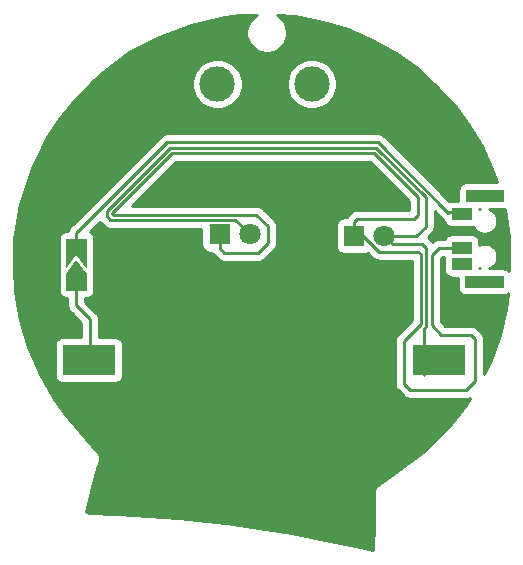
<source format=gbr>
G04 #@! TF.GenerationSoftware,KiCad,Pcbnew,(5.1.4)-1*
G04 #@! TF.CreationDate,2020-11-27T18:52:48+01:00*
G04 #@! TF.ProjectId,SpaceBADGE,53706163-6542-4414-9447-452e6b696361,rev?*
G04 #@! TF.SameCoordinates,Original*
G04 #@! TF.FileFunction,Copper,L2,Bot*
G04 #@! TF.FilePolarity,Positive*
%FSLAX46Y46*%
G04 Gerber Fmt 4.6, Leading zero omitted, Abs format (unit mm)*
G04 Created by KiCad (PCBNEW (5.1.4)-1) date 2020-11-27 18:52:48*
%MOMM*%
%LPD*%
G04 APERTURE LIST*
%ADD10C,1.425000*%
%ADD11C,0.100000*%
%ADD12R,4.500000X2.600000*%
%ADD13C,3.000000*%
%ADD14R,2.500000X1.000000*%
%ADD15R,1.000000X1.000000*%
%ADD16R,1.700000X1.000000*%
%ADD17R,1.800000X1.800000*%
%ADD18C,1.800000*%
%ADD19C,0.250000*%
%ADD20C,0.254000*%
G04 APERTURE END LIST*
D10*
X73865740Y-116615820D03*
D11*
G36*
X74740740Y-115903320D02*
G01*
X74740740Y-118515820D01*
X73874855Y-117328320D01*
X73856625Y-117328320D01*
X72990740Y-118515820D01*
X72990740Y-115903320D01*
X74740740Y-115903320D01*
X74740740Y-115903320D01*
G37*
D10*
X73865740Y-119590820D03*
D11*
G36*
X72992578Y-118878320D02*
G01*
X73865740Y-117690820D01*
X74738902Y-118878320D01*
X74740740Y-118878320D01*
X74740740Y-120303320D01*
X72990740Y-120303320D01*
X72990740Y-118878320D01*
X72992578Y-118878320D01*
X72992578Y-118878320D01*
G37*
D12*
X104529060Y-126199900D03*
X74929060Y-126199900D03*
D13*
X93798660Y-102816660D03*
X85798660Y-102816660D03*
D14*
X108094780Y-112270520D03*
X108044780Y-119570520D03*
D15*
X109524780Y-119570520D03*
X109524780Y-112270520D03*
D16*
X106494780Y-118070520D03*
X106494780Y-116670520D03*
X106494780Y-113820520D03*
D17*
X97386800Y-115655600D03*
D18*
X99926800Y-115655600D03*
X88526800Y-115555600D03*
D17*
X85986800Y-115555600D03*
D19*
X102657400Y-115655600D02*
X99926800Y-115655600D01*
X103428800Y-114884200D02*
X102657400Y-115655600D01*
X99211600Y-108196810D02*
X103428800Y-112414010D01*
X81769790Y-108196810D02*
X99211600Y-108196810D01*
X81762600Y-108204000D02*
X81769790Y-108196810D01*
X87301799Y-114330599D02*
X76728439Y-114330599D01*
X88526800Y-115555600D02*
X87301799Y-114330599D01*
X103428800Y-112414010D02*
X103428800Y-114884200D01*
X76728439Y-114330599D02*
X76423520Y-114025680D01*
X76423520Y-114025680D02*
X76423520Y-113568480D01*
X76423520Y-113568480D02*
X81762600Y-108229400D01*
X81762600Y-108229400D02*
X81762600Y-108204000D01*
X99926800Y-115655600D02*
X101215700Y-115655600D01*
X100654000Y-116382800D02*
X99926800Y-115655600D01*
X103159560Y-116382800D02*
X100654000Y-116382800D01*
X103490191Y-116713431D02*
X103159560Y-116382800D01*
X103490191Y-123305280D02*
X103490191Y-116713431D01*
X103268780Y-127490220D02*
X103268780Y-123526691D01*
X103268780Y-123526691D02*
X103490191Y-123305280D01*
X73968780Y-121673591D02*
X73970311Y-121672060D01*
X75029060Y-122733871D02*
X75029060Y-126199900D01*
X73968780Y-121673591D02*
X75029060Y-122733871D01*
X73865740Y-120599200D02*
X73865740Y-119590820D01*
X73968780Y-121673591D02*
X73865740Y-121570551D01*
X73865740Y-121570551D02*
X73865740Y-120599200D01*
X85977300Y-115555600D02*
X85202309Y-114780609D01*
X85986800Y-115555600D02*
X85977300Y-115555600D01*
X85986800Y-115555600D02*
X85875700Y-115555600D01*
X86387900Y-117106700D02*
X85986800Y-116705600D01*
X89265760Y-117106700D02*
X86387900Y-117106700D01*
X89102889Y-113880589D02*
X90076020Y-114853720D01*
X76999239Y-113880589D02*
X89102889Y-113880589D01*
X76873530Y-113754880D02*
X76999239Y-113880589D01*
X81981590Y-108646820D02*
X76873530Y-113754880D01*
X85986800Y-116705600D02*
X85986800Y-115555600D01*
X99025200Y-108646820D02*
X81981590Y-108646820D01*
X90076020Y-114853720D02*
X90076020Y-116296440D01*
X97386800Y-115655600D02*
X97386800Y-114505600D01*
X97666060Y-114226340D02*
X102445820Y-114226340D01*
X102445820Y-114226340D02*
X102791260Y-113880900D01*
X90076020Y-116296440D02*
X89265760Y-117106700D01*
X97386800Y-114505600D02*
X97666060Y-114226340D01*
X102791260Y-113880900D02*
X102791260Y-112412880D01*
X102791260Y-112412880D02*
X99025200Y-108646820D01*
X105542100Y-116695920D02*
X105942100Y-116695920D01*
X103040181Y-123118879D02*
X101582220Y-124576840D01*
X103040181Y-117233701D02*
X103040181Y-123118879D01*
X107617260Y-127982980D02*
X107617260Y-124399040D01*
X102814120Y-117007640D02*
X103040181Y-117233701D01*
X106862880Y-128737360D02*
X107617260Y-127982980D01*
X97386800Y-115655600D02*
X98113798Y-115655600D01*
X99465838Y-117007640D02*
X102814120Y-117007640D01*
X103944420Y-123217940D02*
X103944420Y-117293600D01*
X98113798Y-115655600D02*
X99465838Y-117007640D01*
X107248960Y-124030740D02*
X104757220Y-124030740D01*
X104542100Y-116695920D02*
X105542100Y-116695920D01*
X101582220Y-124576840D02*
X101582220Y-128176020D01*
X102143560Y-128737360D02*
X106862880Y-128737360D01*
X104757220Y-124030740D02*
X103944420Y-123217940D01*
X101582220Y-128176020D02*
X102143560Y-128737360D01*
X107617260Y-124399040D02*
X107248960Y-124030740D01*
X103944420Y-117293600D02*
X104542100Y-116695920D01*
X99398000Y-107746800D02*
X105356800Y-113705600D01*
X81559400Y-107746800D02*
X99398000Y-107746800D01*
X73865740Y-115440460D02*
X73865740Y-116615820D01*
X74101960Y-115204240D02*
X73865740Y-115440460D01*
X74101960Y-115204240D02*
X81559400Y-107746800D01*
X73970311Y-115335889D02*
X74101960Y-115204240D01*
X105381720Y-113680680D02*
X106408240Y-113680680D01*
X105356800Y-113705600D02*
X105381720Y-113680680D01*
D20*
G36*
X88884540Y-97122492D02*
G01*
X88644732Y-97362300D01*
X88456316Y-97644284D01*
X88326533Y-97957608D01*
X88260370Y-98290230D01*
X88260370Y-98629370D01*
X88326533Y-98961992D01*
X88456316Y-99275316D01*
X88644732Y-99557300D01*
X88884540Y-99797108D01*
X89166524Y-99985524D01*
X89479848Y-100115307D01*
X89812470Y-100181470D01*
X90151610Y-100181470D01*
X90484232Y-100115307D01*
X90797556Y-99985524D01*
X91079540Y-99797108D01*
X91319348Y-99557300D01*
X91507764Y-99275316D01*
X91637547Y-98961992D01*
X91703710Y-98629370D01*
X91703710Y-98290230D01*
X91637547Y-97957608D01*
X91507764Y-97644284D01*
X91319348Y-97362300D01*
X91079540Y-97122492D01*
X90887156Y-96993945D01*
X92359597Y-97045269D01*
X94743875Y-97538534D01*
X96856028Y-98192451D01*
X98861551Y-99087369D01*
X100915142Y-100228490D01*
X102603971Y-101418282D01*
X104286101Y-102969322D01*
X105971877Y-104739036D01*
X107124803Y-106283191D01*
X108187753Y-108093575D01*
X109097173Y-110053981D01*
X109472907Y-111132448D01*
X106844780Y-111132448D01*
X106720298Y-111144708D01*
X106600600Y-111181018D01*
X106490286Y-111239983D01*
X106393595Y-111319335D01*
X106314243Y-111416026D01*
X106255278Y-111526340D01*
X106218968Y-111646038D01*
X106206708Y-111770520D01*
X106206708Y-112682448D01*
X105644780Y-112682448D01*
X105520298Y-112694708D01*
X105443888Y-112717887D01*
X99961804Y-107235803D01*
X99938001Y-107206799D01*
X99822276Y-107111826D01*
X99690247Y-107041254D01*
X99546986Y-106997797D01*
X99435333Y-106986800D01*
X99435322Y-106986800D01*
X99398000Y-106983124D01*
X99360678Y-106986800D01*
X81596725Y-106986800D01*
X81559400Y-106983124D01*
X81522075Y-106986800D01*
X81522067Y-106986800D01*
X81410414Y-106997797D01*
X81267153Y-107041254D01*
X81135124Y-107111826D01*
X81019399Y-107206799D01*
X80995601Y-107235797D01*
X73590958Y-114640441D01*
X73354743Y-114876656D01*
X73325739Y-114900459D01*
X73285038Y-114950054D01*
X73230766Y-115016184D01*
X73169222Y-115131324D01*
X73160194Y-115148214D01*
X73124693Y-115265248D01*
X72990740Y-115265248D01*
X72866258Y-115277508D01*
X72746560Y-115313818D01*
X72636246Y-115372783D01*
X72539555Y-115452135D01*
X72460203Y-115548826D01*
X72401238Y-115659140D01*
X72364928Y-115778838D01*
X72352668Y-115903320D01*
X72352668Y-118515820D01*
X72360353Y-118614555D01*
X72381925Y-118697807D01*
X72364928Y-118753838D01*
X72352668Y-118878320D01*
X72352668Y-120303320D01*
X72364928Y-120427802D01*
X72401238Y-120547500D01*
X72460203Y-120657814D01*
X72539555Y-120754505D01*
X72636246Y-120833857D01*
X72746560Y-120892822D01*
X72866258Y-120929132D01*
X72990740Y-120941392D01*
X73105741Y-120941392D01*
X73105740Y-121533228D01*
X73102064Y-121570551D01*
X73105740Y-121607873D01*
X73105740Y-121607883D01*
X73116737Y-121719536D01*
X73147994Y-121822577D01*
X73160194Y-121862797D01*
X73230766Y-121994827D01*
X73270611Y-122043377D01*
X73325739Y-122110552D01*
X73354743Y-122134355D01*
X73404976Y-122184588D01*
X73428779Y-122213592D01*
X73457782Y-122237395D01*
X74269060Y-123048673D01*
X74269060Y-124261828D01*
X72679060Y-124261828D01*
X72554578Y-124274088D01*
X72434880Y-124310398D01*
X72324566Y-124369363D01*
X72227875Y-124448715D01*
X72148523Y-124545406D01*
X72089558Y-124655720D01*
X72053248Y-124775418D01*
X72040988Y-124899900D01*
X72040988Y-127499900D01*
X72053248Y-127624382D01*
X72089558Y-127744080D01*
X72148523Y-127854394D01*
X72227875Y-127951085D01*
X72324566Y-128030437D01*
X72434880Y-128089402D01*
X72554578Y-128125712D01*
X72679060Y-128137972D01*
X77179060Y-128137972D01*
X77303542Y-128125712D01*
X77423240Y-128089402D01*
X77533554Y-128030437D01*
X77630245Y-127951085D01*
X77709597Y-127854394D01*
X77768562Y-127744080D01*
X77804872Y-127624382D01*
X77817132Y-127499900D01*
X77817132Y-124899900D01*
X77804872Y-124775418D01*
X77768562Y-124655720D01*
X77709597Y-124545406D01*
X77630245Y-124448715D01*
X77533554Y-124369363D01*
X77423240Y-124310398D01*
X77303542Y-124274088D01*
X77179060Y-124261828D01*
X75789060Y-124261828D01*
X75789060Y-122771193D01*
X75792736Y-122733870D01*
X75789060Y-122696547D01*
X75789060Y-122696538D01*
X75778063Y-122584885D01*
X75734606Y-122441624D01*
X75664034Y-122309595D01*
X75569061Y-122193870D01*
X75540064Y-122170073D01*
X74625740Y-121255750D01*
X74625740Y-120941392D01*
X74740740Y-120941392D01*
X74865222Y-120929132D01*
X74984920Y-120892822D01*
X75095234Y-120833857D01*
X75191925Y-120754505D01*
X75271277Y-120657814D01*
X75330242Y-120547500D01*
X75366552Y-120427802D01*
X75378812Y-120303320D01*
X75378812Y-118878320D01*
X75366552Y-118753838D01*
X75349332Y-118697070D01*
X75366552Y-118640302D01*
X75378812Y-118515820D01*
X75378812Y-115903320D01*
X75366552Y-115778838D01*
X75330242Y-115659140D01*
X75271277Y-115548826D01*
X75191925Y-115452135D01*
X75095234Y-115372783D01*
X75038528Y-115342473D01*
X75852778Y-114528223D01*
X75883519Y-114565681D01*
X75912523Y-114589484D01*
X76164635Y-114841596D01*
X76188438Y-114870600D01*
X76304163Y-114965573D01*
X76430656Y-115033186D01*
X76436192Y-115036145D01*
X76579453Y-115079602D01*
X76728439Y-115094276D01*
X76765772Y-115090599D01*
X84448728Y-115090599D01*
X84448728Y-116455600D01*
X84460988Y-116580082D01*
X84497298Y-116699780D01*
X84556263Y-116810094D01*
X84635615Y-116906785D01*
X84732306Y-116986137D01*
X84842620Y-117045102D01*
X84962318Y-117081412D01*
X85086800Y-117093672D01*
X85332474Y-117093672D01*
X85351826Y-117129876D01*
X85385182Y-117170520D01*
X85446799Y-117245601D01*
X85475803Y-117269404D01*
X85824096Y-117617697D01*
X85847899Y-117646701D01*
X85963624Y-117741674D01*
X86095653Y-117812246D01*
X86238914Y-117855703D01*
X86350567Y-117866700D01*
X86350576Y-117866700D01*
X86387899Y-117870376D01*
X86425222Y-117866700D01*
X89228438Y-117866700D01*
X89265760Y-117870376D01*
X89303082Y-117866700D01*
X89303093Y-117866700D01*
X89414746Y-117855703D01*
X89558007Y-117812246D01*
X89690036Y-117741674D01*
X89805761Y-117646701D01*
X89829563Y-117617698D01*
X90587022Y-116860239D01*
X90616021Y-116836441D01*
X90710994Y-116720716D01*
X90781566Y-116588687D01*
X90825023Y-116445426D01*
X90836020Y-116333773D01*
X90836020Y-116333765D01*
X90839696Y-116296440D01*
X90836020Y-116259115D01*
X90836020Y-114891042D01*
X90839696Y-114853719D01*
X90836020Y-114816396D01*
X90836020Y-114816387D01*
X90825023Y-114704734D01*
X90781566Y-114561473D01*
X90757614Y-114516663D01*
X90710994Y-114429443D01*
X90639819Y-114342717D01*
X90616021Y-114313719D01*
X90587024Y-114289922D01*
X89666693Y-113369591D01*
X89642890Y-113340588D01*
X89527165Y-113245615D01*
X89395136Y-113175043D01*
X89251875Y-113131586D01*
X89140222Y-113120589D01*
X89140211Y-113120589D01*
X89102889Y-113116913D01*
X89065567Y-113120589D01*
X78582622Y-113120589D01*
X82296392Y-109406820D01*
X98710399Y-109406820D01*
X102031261Y-112727683D01*
X102031260Y-113466340D01*
X97703382Y-113466340D01*
X97666059Y-113462664D01*
X97628736Y-113466340D01*
X97628727Y-113466340D01*
X97517074Y-113477337D01*
X97373813Y-113520794D01*
X97241784Y-113591366D01*
X97126059Y-113686339D01*
X97102256Y-113715343D01*
X96875798Y-113941801D01*
X96846800Y-113965599D01*
X96823002Y-113994597D01*
X96823001Y-113994598D01*
X96751826Y-114081324D01*
X96732474Y-114117528D01*
X96486800Y-114117528D01*
X96362318Y-114129788D01*
X96242620Y-114166098D01*
X96132306Y-114225063D01*
X96035615Y-114304415D01*
X95956263Y-114401106D01*
X95897298Y-114511420D01*
X95860988Y-114631118D01*
X95848728Y-114755600D01*
X95848728Y-116555600D01*
X95860988Y-116680082D01*
X95897298Y-116799780D01*
X95956263Y-116910094D01*
X96035615Y-117006785D01*
X96132306Y-117086137D01*
X96242620Y-117145102D01*
X96362318Y-117181412D01*
X96486800Y-117193672D01*
X98286800Y-117193672D01*
X98411282Y-117181412D01*
X98529076Y-117145680D01*
X98902038Y-117518642D01*
X98925837Y-117547641D01*
X99041562Y-117642614D01*
X99173591Y-117713186D01*
X99316852Y-117756643D01*
X99428505Y-117767640D01*
X99428514Y-117767640D01*
X99465837Y-117771316D01*
X99503160Y-117767640D01*
X102280181Y-117767640D01*
X102280182Y-122804076D01*
X101071223Y-124013036D01*
X101042219Y-124036839D01*
X101017720Y-124066692D01*
X100947246Y-124152564D01*
X100932728Y-124179725D01*
X100876674Y-124284594D01*
X100833217Y-124427855D01*
X100822220Y-124539508D01*
X100822220Y-124539518D01*
X100818544Y-124576840D01*
X100822220Y-124614163D01*
X100822221Y-128138688D01*
X100818544Y-128176020D01*
X100833218Y-128325005D01*
X100876674Y-128468266D01*
X100947246Y-128600296D01*
X101018421Y-128687022D01*
X101042220Y-128716021D01*
X101071218Y-128739819D01*
X101579760Y-129248362D01*
X101603559Y-129277361D01*
X101719284Y-129372334D01*
X101851313Y-129442906D01*
X101994574Y-129486363D01*
X102106227Y-129497360D01*
X102106235Y-129497360D01*
X102143560Y-129501036D01*
X102180885Y-129497360D01*
X106825558Y-129497360D01*
X106862880Y-129501036D01*
X106900202Y-129497360D01*
X106900213Y-129497360D01*
X107011866Y-129486363D01*
X107155127Y-129442906D01*
X107221872Y-129407230D01*
X106866070Y-129980293D01*
X105579567Y-131615117D01*
X103210660Y-133966925D01*
X100579688Y-135919055D01*
X99407465Y-136729438D01*
X99383501Y-136742135D01*
X99352103Y-136767711D01*
X99346604Y-136771513D01*
X99326026Y-136788954D01*
X99278885Y-136827354D01*
X99274595Y-136832543D01*
X99269461Y-136836894D01*
X99231650Y-136884483D01*
X99192904Y-136931345D01*
X99189709Y-136937270D01*
X99185522Y-136942540D01*
X99157725Y-136996585D01*
X99128862Y-137050112D01*
X99126884Y-137056549D01*
X99123806Y-137062533D01*
X99107085Y-137120969D01*
X99089222Y-137179091D01*
X99088538Y-137185788D01*
X99086686Y-137192259D01*
X99081686Y-137252836D01*
X99078942Y-137279691D01*
X99078918Y-137286381D01*
X99075587Y-137326734D01*
X99078672Y-137353674D01*
X99069045Y-139988099D01*
X99014644Y-142275991D01*
X98658909Y-142200698D01*
X97530500Y-141957128D01*
X97526131Y-141955789D01*
X97497548Y-141950016D01*
X97469169Y-141943890D01*
X97464650Y-141943371D01*
X91628667Y-140764588D01*
X91610843Y-140760151D01*
X91595651Y-140757920D01*
X91580656Y-140754891D01*
X91562448Y-140753043D01*
X86517692Y-140012132D01*
X86504150Y-140009334D01*
X86484392Y-140007241D01*
X86464776Y-140004360D01*
X86450989Y-140003703D01*
X82541807Y-139589590D01*
X82527068Y-139587209D01*
X82508384Y-139586049D01*
X82489755Y-139584076D01*
X82474815Y-139583966D01*
X77367132Y-139266975D01*
X77365206Y-139266675D01*
X77333504Y-139264888D01*
X77301908Y-139262927D01*
X77299966Y-139262997D01*
X74958096Y-139130982D01*
X74639054Y-139096942D01*
X75196383Y-136942586D01*
X75737971Y-135037430D01*
X75740788Y-135029743D01*
X75747157Y-135005117D01*
X75754127Y-134980598D01*
X75755586Y-134972524D01*
X75836244Y-134660649D01*
X75852874Y-134598953D01*
X75855371Y-134561722D01*
X75861130Y-134524840D01*
X75859874Y-134494561D01*
X75861902Y-134464322D01*
X75857085Y-134427307D01*
X75855539Y-134390023D01*
X75848401Y-134360575D01*
X75844490Y-134330518D01*
X75832545Y-134295156D01*
X75823754Y-134258886D01*
X75811006Y-134231392D01*
X75801308Y-134202681D01*
X75782693Y-134170327D01*
X75766996Y-134136472D01*
X75729339Y-134084877D01*
X75656559Y-133982991D01*
X75640777Y-133960084D01*
X75637016Y-133955632D01*
X75633633Y-133950896D01*
X75615341Y-133929975D01*
X75543237Y-133844623D01*
X75541606Y-133842298D01*
X75521568Y-133818974D01*
X75501649Y-133795395D01*
X75499605Y-133793408D01*
X75336547Y-133603608D01*
X75334776Y-133601129D01*
X75314621Y-133578085D01*
X75294681Y-133554875D01*
X75292480Y-133552771D01*
X74700649Y-132876118D01*
X72821983Y-130703976D01*
X71974999Y-129523082D01*
X70770574Y-127386547D01*
X69802485Y-125127161D01*
X69089450Y-122796324D01*
X68651800Y-120458022D01*
X68581707Y-118317416D01*
X68602605Y-115958488D01*
X69083954Y-113018453D01*
X70109881Y-109889857D01*
X71411461Y-107290462D01*
X72377611Y-105811655D01*
X73455330Y-104436518D01*
X75301550Y-102606381D01*
X83663660Y-102606381D01*
X83663660Y-103026939D01*
X83745707Y-103439416D01*
X83906648Y-103827962D01*
X84140297Y-104177643D01*
X84437677Y-104475023D01*
X84787358Y-104708672D01*
X85175904Y-104869613D01*
X85588381Y-104951660D01*
X86008939Y-104951660D01*
X86421416Y-104869613D01*
X86809962Y-104708672D01*
X87159643Y-104475023D01*
X87457023Y-104177643D01*
X87690672Y-103827962D01*
X87851613Y-103439416D01*
X87933660Y-103026939D01*
X87933660Y-102606381D01*
X91663660Y-102606381D01*
X91663660Y-103026939D01*
X91745707Y-103439416D01*
X91906648Y-103827962D01*
X92140297Y-104177643D01*
X92437677Y-104475023D01*
X92787358Y-104708672D01*
X93175904Y-104869613D01*
X93588381Y-104951660D01*
X94008939Y-104951660D01*
X94421416Y-104869613D01*
X94809962Y-104708672D01*
X95159643Y-104475023D01*
X95457023Y-104177643D01*
X95690672Y-103827962D01*
X95851613Y-103439416D01*
X95933660Y-103026939D01*
X95933660Y-102606381D01*
X95851613Y-102193904D01*
X95690672Y-101805358D01*
X95457023Y-101455677D01*
X95159643Y-101158297D01*
X94809962Y-100924648D01*
X94421416Y-100763707D01*
X94008939Y-100681660D01*
X93588381Y-100681660D01*
X93175904Y-100763707D01*
X92787358Y-100924648D01*
X92437677Y-101158297D01*
X92140297Y-101455677D01*
X91906648Y-101805358D01*
X91745707Y-102193904D01*
X91663660Y-102606381D01*
X87933660Y-102606381D01*
X87851613Y-102193904D01*
X87690672Y-101805358D01*
X87457023Y-101455677D01*
X87159643Y-101158297D01*
X86809962Y-100924648D01*
X86421416Y-100763707D01*
X86008939Y-100681660D01*
X85588381Y-100681660D01*
X85175904Y-100763707D01*
X84787358Y-100924648D01*
X84437677Y-101158297D01*
X84140297Y-101455677D01*
X83906648Y-101805358D01*
X83745707Y-102193904D01*
X83663660Y-102606381D01*
X75301550Y-102606381D01*
X76138486Y-101776737D01*
X78346409Y-100145725D01*
X80823824Y-98811718D01*
X83532007Y-97794143D01*
X86431562Y-97113098D01*
X87658497Y-96975361D01*
X89119756Y-96965325D01*
X88884540Y-97122492D01*
X88884540Y-97122492D01*
G37*
X88884540Y-97122492D02*
X88644732Y-97362300D01*
X88456316Y-97644284D01*
X88326533Y-97957608D01*
X88260370Y-98290230D01*
X88260370Y-98629370D01*
X88326533Y-98961992D01*
X88456316Y-99275316D01*
X88644732Y-99557300D01*
X88884540Y-99797108D01*
X89166524Y-99985524D01*
X89479848Y-100115307D01*
X89812470Y-100181470D01*
X90151610Y-100181470D01*
X90484232Y-100115307D01*
X90797556Y-99985524D01*
X91079540Y-99797108D01*
X91319348Y-99557300D01*
X91507764Y-99275316D01*
X91637547Y-98961992D01*
X91703710Y-98629370D01*
X91703710Y-98290230D01*
X91637547Y-97957608D01*
X91507764Y-97644284D01*
X91319348Y-97362300D01*
X91079540Y-97122492D01*
X90887156Y-96993945D01*
X92359597Y-97045269D01*
X94743875Y-97538534D01*
X96856028Y-98192451D01*
X98861551Y-99087369D01*
X100915142Y-100228490D01*
X102603971Y-101418282D01*
X104286101Y-102969322D01*
X105971877Y-104739036D01*
X107124803Y-106283191D01*
X108187753Y-108093575D01*
X109097173Y-110053981D01*
X109472907Y-111132448D01*
X106844780Y-111132448D01*
X106720298Y-111144708D01*
X106600600Y-111181018D01*
X106490286Y-111239983D01*
X106393595Y-111319335D01*
X106314243Y-111416026D01*
X106255278Y-111526340D01*
X106218968Y-111646038D01*
X106206708Y-111770520D01*
X106206708Y-112682448D01*
X105644780Y-112682448D01*
X105520298Y-112694708D01*
X105443888Y-112717887D01*
X99961804Y-107235803D01*
X99938001Y-107206799D01*
X99822276Y-107111826D01*
X99690247Y-107041254D01*
X99546986Y-106997797D01*
X99435333Y-106986800D01*
X99435322Y-106986800D01*
X99398000Y-106983124D01*
X99360678Y-106986800D01*
X81596725Y-106986800D01*
X81559400Y-106983124D01*
X81522075Y-106986800D01*
X81522067Y-106986800D01*
X81410414Y-106997797D01*
X81267153Y-107041254D01*
X81135124Y-107111826D01*
X81019399Y-107206799D01*
X80995601Y-107235797D01*
X73590958Y-114640441D01*
X73354743Y-114876656D01*
X73325739Y-114900459D01*
X73285038Y-114950054D01*
X73230766Y-115016184D01*
X73169222Y-115131324D01*
X73160194Y-115148214D01*
X73124693Y-115265248D01*
X72990740Y-115265248D01*
X72866258Y-115277508D01*
X72746560Y-115313818D01*
X72636246Y-115372783D01*
X72539555Y-115452135D01*
X72460203Y-115548826D01*
X72401238Y-115659140D01*
X72364928Y-115778838D01*
X72352668Y-115903320D01*
X72352668Y-118515820D01*
X72360353Y-118614555D01*
X72381925Y-118697807D01*
X72364928Y-118753838D01*
X72352668Y-118878320D01*
X72352668Y-120303320D01*
X72364928Y-120427802D01*
X72401238Y-120547500D01*
X72460203Y-120657814D01*
X72539555Y-120754505D01*
X72636246Y-120833857D01*
X72746560Y-120892822D01*
X72866258Y-120929132D01*
X72990740Y-120941392D01*
X73105741Y-120941392D01*
X73105740Y-121533228D01*
X73102064Y-121570551D01*
X73105740Y-121607873D01*
X73105740Y-121607883D01*
X73116737Y-121719536D01*
X73147994Y-121822577D01*
X73160194Y-121862797D01*
X73230766Y-121994827D01*
X73270611Y-122043377D01*
X73325739Y-122110552D01*
X73354743Y-122134355D01*
X73404976Y-122184588D01*
X73428779Y-122213592D01*
X73457782Y-122237395D01*
X74269060Y-123048673D01*
X74269060Y-124261828D01*
X72679060Y-124261828D01*
X72554578Y-124274088D01*
X72434880Y-124310398D01*
X72324566Y-124369363D01*
X72227875Y-124448715D01*
X72148523Y-124545406D01*
X72089558Y-124655720D01*
X72053248Y-124775418D01*
X72040988Y-124899900D01*
X72040988Y-127499900D01*
X72053248Y-127624382D01*
X72089558Y-127744080D01*
X72148523Y-127854394D01*
X72227875Y-127951085D01*
X72324566Y-128030437D01*
X72434880Y-128089402D01*
X72554578Y-128125712D01*
X72679060Y-128137972D01*
X77179060Y-128137972D01*
X77303542Y-128125712D01*
X77423240Y-128089402D01*
X77533554Y-128030437D01*
X77630245Y-127951085D01*
X77709597Y-127854394D01*
X77768562Y-127744080D01*
X77804872Y-127624382D01*
X77817132Y-127499900D01*
X77817132Y-124899900D01*
X77804872Y-124775418D01*
X77768562Y-124655720D01*
X77709597Y-124545406D01*
X77630245Y-124448715D01*
X77533554Y-124369363D01*
X77423240Y-124310398D01*
X77303542Y-124274088D01*
X77179060Y-124261828D01*
X75789060Y-124261828D01*
X75789060Y-122771193D01*
X75792736Y-122733870D01*
X75789060Y-122696547D01*
X75789060Y-122696538D01*
X75778063Y-122584885D01*
X75734606Y-122441624D01*
X75664034Y-122309595D01*
X75569061Y-122193870D01*
X75540064Y-122170073D01*
X74625740Y-121255750D01*
X74625740Y-120941392D01*
X74740740Y-120941392D01*
X74865222Y-120929132D01*
X74984920Y-120892822D01*
X75095234Y-120833857D01*
X75191925Y-120754505D01*
X75271277Y-120657814D01*
X75330242Y-120547500D01*
X75366552Y-120427802D01*
X75378812Y-120303320D01*
X75378812Y-118878320D01*
X75366552Y-118753838D01*
X75349332Y-118697070D01*
X75366552Y-118640302D01*
X75378812Y-118515820D01*
X75378812Y-115903320D01*
X75366552Y-115778838D01*
X75330242Y-115659140D01*
X75271277Y-115548826D01*
X75191925Y-115452135D01*
X75095234Y-115372783D01*
X75038528Y-115342473D01*
X75852778Y-114528223D01*
X75883519Y-114565681D01*
X75912523Y-114589484D01*
X76164635Y-114841596D01*
X76188438Y-114870600D01*
X76304163Y-114965573D01*
X76430656Y-115033186D01*
X76436192Y-115036145D01*
X76579453Y-115079602D01*
X76728439Y-115094276D01*
X76765772Y-115090599D01*
X84448728Y-115090599D01*
X84448728Y-116455600D01*
X84460988Y-116580082D01*
X84497298Y-116699780D01*
X84556263Y-116810094D01*
X84635615Y-116906785D01*
X84732306Y-116986137D01*
X84842620Y-117045102D01*
X84962318Y-117081412D01*
X85086800Y-117093672D01*
X85332474Y-117093672D01*
X85351826Y-117129876D01*
X85385182Y-117170520D01*
X85446799Y-117245601D01*
X85475803Y-117269404D01*
X85824096Y-117617697D01*
X85847899Y-117646701D01*
X85963624Y-117741674D01*
X86095653Y-117812246D01*
X86238914Y-117855703D01*
X86350567Y-117866700D01*
X86350576Y-117866700D01*
X86387899Y-117870376D01*
X86425222Y-117866700D01*
X89228438Y-117866700D01*
X89265760Y-117870376D01*
X89303082Y-117866700D01*
X89303093Y-117866700D01*
X89414746Y-117855703D01*
X89558007Y-117812246D01*
X89690036Y-117741674D01*
X89805761Y-117646701D01*
X89829563Y-117617698D01*
X90587022Y-116860239D01*
X90616021Y-116836441D01*
X90710994Y-116720716D01*
X90781566Y-116588687D01*
X90825023Y-116445426D01*
X90836020Y-116333773D01*
X90836020Y-116333765D01*
X90839696Y-116296440D01*
X90836020Y-116259115D01*
X90836020Y-114891042D01*
X90839696Y-114853719D01*
X90836020Y-114816396D01*
X90836020Y-114816387D01*
X90825023Y-114704734D01*
X90781566Y-114561473D01*
X90757614Y-114516663D01*
X90710994Y-114429443D01*
X90639819Y-114342717D01*
X90616021Y-114313719D01*
X90587024Y-114289922D01*
X89666693Y-113369591D01*
X89642890Y-113340588D01*
X89527165Y-113245615D01*
X89395136Y-113175043D01*
X89251875Y-113131586D01*
X89140222Y-113120589D01*
X89140211Y-113120589D01*
X89102889Y-113116913D01*
X89065567Y-113120589D01*
X78582622Y-113120589D01*
X82296392Y-109406820D01*
X98710399Y-109406820D01*
X102031261Y-112727683D01*
X102031260Y-113466340D01*
X97703382Y-113466340D01*
X97666059Y-113462664D01*
X97628736Y-113466340D01*
X97628727Y-113466340D01*
X97517074Y-113477337D01*
X97373813Y-113520794D01*
X97241784Y-113591366D01*
X97126059Y-113686339D01*
X97102256Y-113715343D01*
X96875798Y-113941801D01*
X96846800Y-113965599D01*
X96823002Y-113994597D01*
X96823001Y-113994598D01*
X96751826Y-114081324D01*
X96732474Y-114117528D01*
X96486800Y-114117528D01*
X96362318Y-114129788D01*
X96242620Y-114166098D01*
X96132306Y-114225063D01*
X96035615Y-114304415D01*
X95956263Y-114401106D01*
X95897298Y-114511420D01*
X95860988Y-114631118D01*
X95848728Y-114755600D01*
X95848728Y-116555600D01*
X95860988Y-116680082D01*
X95897298Y-116799780D01*
X95956263Y-116910094D01*
X96035615Y-117006785D01*
X96132306Y-117086137D01*
X96242620Y-117145102D01*
X96362318Y-117181412D01*
X96486800Y-117193672D01*
X98286800Y-117193672D01*
X98411282Y-117181412D01*
X98529076Y-117145680D01*
X98902038Y-117518642D01*
X98925837Y-117547641D01*
X99041562Y-117642614D01*
X99173591Y-117713186D01*
X99316852Y-117756643D01*
X99428505Y-117767640D01*
X99428514Y-117767640D01*
X99465837Y-117771316D01*
X99503160Y-117767640D01*
X102280181Y-117767640D01*
X102280182Y-122804076D01*
X101071223Y-124013036D01*
X101042219Y-124036839D01*
X101017720Y-124066692D01*
X100947246Y-124152564D01*
X100932728Y-124179725D01*
X100876674Y-124284594D01*
X100833217Y-124427855D01*
X100822220Y-124539508D01*
X100822220Y-124539518D01*
X100818544Y-124576840D01*
X100822220Y-124614163D01*
X100822221Y-128138688D01*
X100818544Y-128176020D01*
X100833218Y-128325005D01*
X100876674Y-128468266D01*
X100947246Y-128600296D01*
X101018421Y-128687022D01*
X101042220Y-128716021D01*
X101071218Y-128739819D01*
X101579760Y-129248362D01*
X101603559Y-129277361D01*
X101719284Y-129372334D01*
X101851313Y-129442906D01*
X101994574Y-129486363D01*
X102106227Y-129497360D01*
X102106235Y-129497360D01*
X102143560Y-129501036D01*
X102180885Y-129497360D01*
X106825558Y-129497360D01*
X106862880Y-129501036D01*
X106900202Y-129497360D01*
X106900213Y-129497360D01*
X107011866Y-129486363D01*
X107155127Y-129442906D01*
X107221872Y-129407230D01*
X106866070Y-129980293D01*
X105579567Y-131615117D01*
X103210660Y-133966925D01*
X100579688Y-135919055D01*
X99407465Y-136729438D01*
X99383501Y-136742135D01*
X99352103Y-136767711D01*
X99346604Y-136771513D01*
X99326026Y-136788954D01*
X99278885Y-136827354D01*
X99274595Y-136832543D01*
X99269461Y-136836894D01*
X99231650Y-136884483D01*
X99192904Y-136931345D01*
X99189709Y-136937270D01*
X99185522Y-136942540D01*
X99157725Y-136996585D01*
X99128862Y-137050112D01*
X99126884Y-137056549D01*
X99123806Y-137062533D01*
X99107085Y-137120969D01*
X99089222Y-137179091D01*
X99088538Y-137185788D01*
X99086686Y-137192259D01*
X99081686Y-137252836D01*
X99078942Y-137279691D01*
X99078918Y-137286381D01*
X99075587Y-137326734D01*
X99078672Y-137353674D01*
X99069045Y-139988099D01*
X99014644Y-142275991D01*
X98658909Y-142200698D01*
X97530500Y-141957128D01*
X97526131Y-141955789D01*
X97497548Y-141950016D01*
X97469169Y-141943890D01*
X97464650Y-141943371D01*
X91628667Y-140764588D01*
X91610843Y-140760151D01*
X91595651Y-140757920D01*
X91580656Y-140754891D01*
X91562448Y-140753043D01*
X86517692Y-140012132D01*
X86504150Y-140009334D01*
X86484392Y-140007241D01*
X86464776Y-140004360D01*
X86450989Y-140003703D01*
X82541807Y-139589590D01*
X82527068Y-139587209D01*
X82508384Y-139586049D01*
X82489755Y-139584076D01*
X82474815Y-139583966D01*
X77367132Y-139266975D01*
X77365206Y-139266675D01*
X77333504Y-139264888D01*
X77301908Y-139262927D01*
X77299966Y-139262997D01*
X74958096Y-139130982D01*
X74639054Y-139096942D01*
X75196383Y-136942586D01*
X75737971Y-135037430D01*
X75740788Y-135029743D01*
X75747157Y-135005117D01*
X75754127Y-134980598D01*
X75755586Y-134972524D01*
X75836244Y-134660649D01*
X75852874Y-134598953D01*
X75855371Y-134561722D01*
X75861130Y-134524840D01*
X75859874Y-134494561D01*
X75861902Y-134464322D01*
X75857085Y-134427307D01*
X75855539Y-134390023D01*
X75848401Y-134360575D01*
X75844490Y-134330518D01*
X75832545Y-134295156D01*
X75823754Y-134258886D01*
X75811006Y-134231392D01*
X75801308Y-134202681D01*
X75782693Y-134170327D01*
X75766996Y-134136472D01*
X75729339Y-134084877D01*
X75656559Y-133982991D01*
X75640777Y-133960084D01*
X75637016Y-133955632D01*
X75633633Y-133950896D01*
X75615341Y-133929975D01*
X75543237Y-133844623D01*
X75541606Y-133842298D01*
X75521568Y-133818974D01*
X75501649Y-133795395D01*
X75499605Y-133793408D01*
X75336547Y-133603608D01*
X75334776Y-133601129D01*
X75314621Y-133578085D01*
X75294681Y-133554875D01*
X75292480Y-133552771D01*
X74700649Y-132876118D01*
X72821983Y-130703976D01*
X71974999Y-129523082D01*
X70770574Y-127386547D01*
X69802485Y-125127161D01*
X69089450Y-122796324D01*
X68651800Y-120458022D01*
X68581707Y-118317416D01*
X68602605Y-115958488D01*
X69083954Y-113018453D01*
X70109881Y-109889857D01*
X71411461Y-107290462D01*
X72377611Y-105811655D01*
X73455330Y-104436518D01*
X75301550Y-102606381D01*
X83663660Y-102606381D01*
X83663660Y-103026939D01*
X83745707Y-103439416D01*
X83906648Y-103827962D01*
X84140297Y-104177643D01*
X84437677Y-104475023D01*
X84787358Y-104708672D01*
X85175904Y-104869613D01*
X85588381Y-104951660D01*
X86008939Y-104951660D01*
X86421416Y-104869613D01*
X86809962Y-104708672D01*
X87159643Y-104475023D01*
X87457023Y-104177643D01*
X87690672Y-103827962D01*
X87851613Y-103439416D01*
X87933660Y-103026939D01*
X87933660Y-102606381D01*
X91663660Y-102606381D01*
X91663660Y-103026939D01*
X91745707Y-103439416D01*
X91906648Y-103827962D01*
X92140297Y-104177643D01*
X92437677Y-104475023D01*
X92787358Y-104708672D01*
X93175904Y-104869613D01*
X93588381Y-104951660D01*
X94008939Y-104951660D01*
X94421416Y-104869613D01*
X94809962Y-104708672D01*
X95159643Y-104475023D01*
X95457023Y-104177643D01*
X95690672Y-103827962D01*
X95851613Y-103439416D01*
X95933660Y-103026939D01*
X95933660Y-102606381D01*
X95851613Y-102193904D01*
X95690672Y-101805358D01*
X95457023Y-101455677D01*
X95159643Y-101158297D01*
X94809962Y-100924648D01*
X94421416Y-100763707D01*
X94008939Y-100681660D01*
X93588381Y-100681660D01*
X93175904Y-100763707D01*
X92787358Y-100924648D01*
X92437677Y-101158297D01*
X92140297Y-101455677D01*
X91906648Y-101805358D01*
X91745707Y-102193904D01*
X91663660Y-102606381D01*
X87933660Y-102606381D01*
X87851613Y-102193904D01*
X87690672Y-101805358D01*
X87457023Y-101455677D01*
X87159643Y-101158297D01*
X86809962Y-100924648D01*
X86421416Y-100763707D01*
X86008939Y-100681660D01*
X85588381Y-100681660D01*
X85175904Y-100763707D01*
X84787358Y-100924648D01*
X84437677Y-101158297D01*
X84140297Y-101455677D01*
X83906648Y-101805358D01*
X83745707Y-102193904D01*
X83663660Y-102606381D01*
X75301550Y-102606381D01*
X76138486Y-101776737D01*
X78346409Y-100145725D01*
X80823824Y-98811718D01*
X83532007Y-97794143D01*
X86431562Y-97113098D01*
X87658497Y-96975361D01*
X89119756Y-96965325D01*
X88884540Y-97122492D01*
G36*
X105006708Y-117570520D02*
G01*
X105006708Y-118570520D01*
X105018968Y-118695002D01*
X105055278Y-118814700D01*
X105114243Y-118925014D01*
X105193595Y-119021705D01*
X105290286Y-119101057D01*
X105400600Y-119160022D01*
X105520298Y-119196332D01*
X105644780Y-119208592D01*
X106156708Y-119208592D01*
X106156708Y-120070520D01*
X106168968Y-120195002D01*
X106205278Y-120314700D01*
X106264243Y-120425014D01*
X106343595Y-120521705D01*
X106440286Y-120601057D01*
X106550600Y-120660022D01*
X106670298Y-120696332D01*
X106794780Y-120708592D01*
X110024780Y-120708592D01*
X110149262Y-120696332D01*
X110268960Y-120660022D01*
X110379274Y-120601057D01*
X110448487Y-120544256D01*
X110253242Y-121901885D01*
X109710726Y-124109525D01*
X108973359Y-126153896D01*
X108377260Y-127381970D01*
X108377260Y-124436363D01*
X108380936Y-124399040D01*
X108377260Y-124361717D01*
X108377260Y-124361707D01*
X108366263Y-124250054D01*
X108322806Y-124106793D01*
X108252234Y-123974764D01*
X108157261Y-123859039D01*
X108128257Y-123835236D01*
X107812764Y-123519743D01*
X107788961Y-123490739D01*
X107673236Y-123395766D01*
X107541207Y-123325194D01*
X107397946Y-123281737D01*
X107286293Y-123270740D01*
X107286282Y-123270740D01*
X107248960Y-123267064D01*
X107211638Y-123270740D01*
X105072022Y-123270740D01*
X104704420Y-122903139D01*
X104704420Y-117608401D01*
X104856902Y-117455920D01*
X105017995Y-117455920D01*
X105006708Y-117570520D01*
X105006708Y-117570520D01*
G37*
X105006708Y-117570520D02*
X105006708Y-118570520D01*
X105018968Y-118695002D01*
X105055278Y-118814700D01*
X105114243Y-118925014D01*
X105193595Y-119021705D01*
X105290286Y-119101057D01*
X105400600Y-119160022D01*
X105520298Y-119196332D01*
X105644780Y-119208592D01*
X106156708Y-119208592D01*
X106156708Y-120070520D01*
X106168968Y-120195002D01*
X106205278Y-120314700D01*
X106264243Y-120425014D01*
X106343595Y-120521705D01*
X106440286Y-120601057D01*
X106550600Y-120660022D01*
X106670298Y-120696332D01*
X106794780Y-120708592D01*
X110024780Y-120708592D01*
X110149262Y-120696332D01*
X110268960Y-120660022D01*
X110379274Y-120601057D01*
X110448487Y-120544256D01*
X110253242Y-121901885D01*
X109710726Y-124109525D01*
X108973359Y-126153896D01*
X108377260Y-127381970D01*
X108377260Y-124436363D01*
X108380936Y-124399040D01*
X108377260Y-124361717D01*
X108377260Y-124361707D01*
X108366263Y-124250054D01*
X108322806Y-124106793D01*
X108252234Y-123974764D01*
X108157261Y-123859039D01*
X108128257Y-123835236D01*
X107812764Y-123519743D01*
X107788961Y-123490739D01*
X107673236Y-123395766D01*
X107541207Y-123325194D01*
X107397946Y-123281737D01*
X107286293Y-123270740D01*
X107286282Y-123270740D01*
X107248960Y-123267064D01*
X107211638Y-123270740D01*
X105072022Y-123270740D01*
X104704420Y-122903139D01*
X104704420Y-117608401D01*
X104856902Y-117455920D01*
X105017995Y-117455920D01*
X105006708Y-117570520D01*
G36*
X110266187Y-114022642D02*
G01*
X110531911Y-115796699D01*
X110533270Y-118689162D01*
X110475965Y-118619335D01*
X110379274Y-118539983D01*
X110268960Y-118481018D01*
X110149262Y-118444708D01*
X110024780Y-118432448D01*
X108817012Y-118432448D01*
X108938720Y-118382035D01*
X109116427Y-118263295D01*
X109267555Y-118112167D01*
X109386295Y-117934460D01*
X109468084Y-117737003D01*
X109509780Y-117527383D01*
X109509780Y-117313657D01*
X109468084Y-117104037D01*
X109386295Y-116906580D01*
X109267555Y-116728873D01*
X109116427Y-116577745D01*
X108938720Y-116459005D01*
X108741263Y-116377216D01*
X108531643Y-116335520D01*
X108317917Y-116335520D01*
X108108297Y-116377216D01*
X107982852Y-116429177D01*
X107982852Y-116170520D01*
X107970592Y-116046038D01*
X107934282Y-115926340D01*
X107875317Y-115816026D01*
X107795965Y-115719335D01*
X107699274Y-115639983D01*
X107588960Y-115581018D01*
X107469262Y-115544708D01*
X107344780Y-115532448D01*
X105644780Y-115532448D01*
X105520298Y-115544708D01*
X105400600Y-115581018D01*
X105290286Y-115639983D01*
X105193595Y-115719335D01*
X105114243Y-115816026D01*
X105055278Y-115926340D01*
X105052372Y-115935920D01*
X104579422Y-115935920D01*
X104542099Y-115932244D01*
X104504776Y-115935920D01*
X104504767Y-115935920D01*
X104393114Y-115946917D01*
X104249853Y-115990374D01*
X104117824Y-116060946D01*
X104005477Y-116153147D01*
X104001188Y-116149627D01*
X103723364Y-115871803D01*
X103699561Y-115842799D01*
X103614670Y-115773131D01*
X103939802Y-115447999D01*
X103968801Y-115424201D01*
X104063774Y-115308476D01*
X104134346Y-115176447D01*
X104177803Y-115033186D01*
X104188800Y-114921533D01*
X104188800Y-114921524D01*
X104192476Y-114884201D01*
X104188800Y-114846878D01*
X104188800Y-113612402D01*
X104793001Y-114216603D01*
X104816799Y-114245601D01*
X104845797Y-114269399D01*
X104932524Y-114340574D01*
X105012915Y-114383545D01*
X105018968Y-114445002D01*
X105055278Y-114564700D01*
X105114243Y-114675014D01*
X105193595Y-114771705D01*
X105290286Y-114851057D01*
X105400600Y-114910022D01*
X105520298Y-114946332D01*
X105644780Y-114958592D01*
X107344780Y-114958592D01*
X107469262Y-114946332D01*
X107470871Y-114945844D01*
X107582005Y-115112167D01*
X107733133Y-115263295D01*
X107910840Y-115382035D01*
X108108297Y-115463824D01*
X108317917Y-115505520D01*
X108531643Y-115505520D01*
X108741263Y-115463824D01*
X108938720Y-115382035D01*
X109116427Y-115263295D01*
X109267555Y-115112167D01*
X109386295Y-114934460D01*
X109468084Y-114737003D01*
X109509780Y-114527383D01*
X109509780Y-114313657D01*
X109468084Y-114104037D01*
X109386295Y-113906580D01*
X109267555Y-113728873D01*
X109116427Y-113577745D01*
X108938720Y-113459005D01*
X108817012Y-113408592D01*
X110024780Y-113408592D01*
X110116461Y-113399562D01*
X110266187Y-114022642D01*
X110266187Y-114022642D01*
G37*
X110266187Y-114022642D02*
X110531911Y-115796699D01*
X110533270Y-118689162D01*
X110475965Y-118619335D01*
X110379274Y-118539983D01*
X110268960Y-118481018D01*
X110149262Y-118444708D01*
X110024780Y-118432448D01*
X108817012Y-118432448D01*
X108938720Y-118382035D01*
X109116427Y-118263295D01*
X109267555Y-118112167D01*
X109386295Y-117934460D01*
X109468084Y-117737003D01*
X109509780Y-117527383D01*
X109509780Y-117313657D01*
X109468084Y-117104037D01*
X109386295Y-116906580D01*
X109267555Y-116728873D01*
X109116427Y-116577745D01*
X108938720Y-116459005D01*
X108741263Y-116377216D01*
X108531643Y-116335520D01*
X108317917Y-116335520D01*
X108108297Y-116377216D01*
X107982852Y-116429177D01*
X107982852Y-116170520D01*
X107970592Y-116046038D01*
X107934282Y-115926340D01*
X107875317Y-115816026D01*
X107795965Y-115719335D01*
X107699274Y-115639983D01*
X107588960Y-115581018D01*
X107469262Y-115544708D01*
X107344780Y-115532448D01*
X105644780Y-115532448D01*
X105520298Y-115544708D01*
X105400600Y-115581018D01*
X105290286Y-115639983D01*
X105193595Y-115719335D01*
X105114243Y-115816026D01*
X105055278Y-115926340D01*
X105052372Y-115935920D01*
X104579422Y-115935920D01*
X104542099Y-115932244D01*
X104504776Y-115935920D01*
X104504767Y-115935920D01*
X104393114Y-115946917D01*
X104249853Y-115990374D01*
X104117824Y-116060946D01*
X104005477Y-116153147D01*
X104001188Y-116149627D01*
X103723364Y-115871803D01*
X103699561Y-115842799D01*
X103614670Y-115773131D01*
X103939802Y-115447999D01*
X103968801Y-115424201D01*
X104063774Y-115308476D01*
X104134346Y-115176447D01*
X104177803Y-115033186D01*
X104188800Y-114921533D01*
X104188800Y-114921524D01*
X104192476Y-114884201D01*
X104188800Y-114846878D01*
X104188800Y-113612402D01*
X104793001Y-114216603D01*
X104816799Y-114245601D01*
X104845797Y-114269399D01*
X104932524Y-114340574D01*
X105012915Y-114383545D01*
X105018968Y-114445002D01*
X105055278Y-114564700D01*
X105114243Y-114675014D01*
X105193595Y-114771705D01*
X105290286Y-114851057D01*
X105400600Y-114910022D01*
X105520298Y-114946332D01*
X105644780Y-114958592D01*
X107344780Y-114958592D01*
X107469262Y-114946332D01*
X107470871Y-114945844D01*
X107582005Y-115112167D01*
X107733133Y-115263295D01*
X107910840Y-115382035D01*
X108108297Y-115463824D01*
X108317917Y-115505520D01*
X108531643Y-115505520D01*
X108741263Y-115463824D01*
X108938720Y-115382035D01*
X109116427Y-115263295D01*
X109267555Y-115112167D01*
X109386295Y-114934460D01*
X109468084Y-114737003D01*
X109509780Y-114527383D01*
X109509780Y-114313657D01*
X109468084Y-114104037D01*
X109386295Y-113906580D01*
X109267555Y-113728873D01*
X109116427Y-113577745D01*
X108938720Y-113459005D01*
X108817012Y-113408592D01*
X110024780Y-113408592D01*
X110116461Y-113399562D01*
X110266187Y-114022642D01*
G36*
X108032548Y-118432448D02*
G01*
X107982852Y-118432448D01*
X107982852Y-118411863D01*
X108032548Y-118432448D01*
X108032548Y-118432448D01*
G37*
X108032548Y-118432448D02*
X107982852Y-118432448D01*
X107982852Y-118411863D01*
X108032548Y-118432448D01*
G36*
X107982852Y-113429177D02*
G01*
X107982852Y-113408592D01*
X108032548Y-113408592D01*
X107982852Y-113429177D01*
X107982852Y-113429177D01*
G37*
X107982852Y-113429177D02*
X107982852Y-113408592D01*
X108032548Y-113408592D01*
X107982852Y-113429177D01*
M02*

</source>
